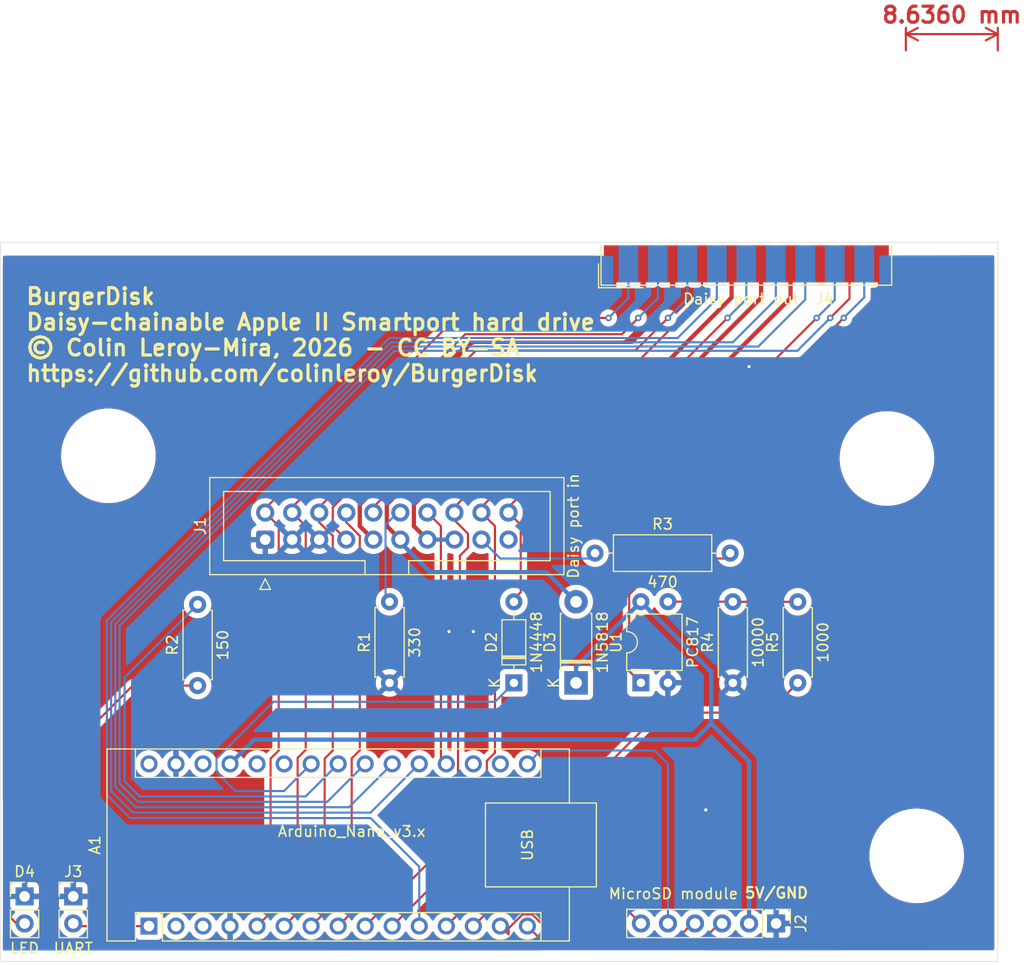
<source format=kicad_pcb>
(kicad_pcb (version 20241229) (generator "pcbnew") (generator_version "9.0")
  (layers (0 "F.Cu" signal) (2 "B.Cu" signal) (13 "F.Paste" user) (15 "B.Paste" user) (5 "F.SilkS" user "F.Silkscreen") (7 "B.SilkS" user "B.Silkscreen") (1 "F.Mask" user) (3 "B.Mask" user) (25 "Edge.Cuts" user))
  (net 0 "")
  (net 1 "TX")
  (net 2 "GND")
  (net 3 "PH0")
  (net 4 "PH1")
  (net 5 "PH2")
  (net 6 "PH3_in")
  (net 7 "RDDATA_in")
  (net 8 "WRDATA")
  (net 9 "PH3_out")
  (net 10 "DRV2_burgerDisk")
  (net 11 "CS")
  (net 12 "MOSI")
  (net 13 "MISO")
  (net 14 "SCK")
  (net 15 "DRV1_in")
  (net 16 "HDSEL_out")
  (net 17 "DRV1_out")
  (net 18 "DRV2_out")
  (net 19 "WRPROT_in")
  (net 20 "5V_burgerDisk")
  (net 21 "WRPROT_out")
  (net 22 "5V_apple2")
  (net 23 "EN3.5")
  (net 24 "-12V")
  (net 25 "+12V")
  (net 26 "DRV2_in")
  (net 27 "WREQ")
  (net 37 "Net-(R3-Pad2)")
  (net 38 "Net-(R4-Pad2)")
  (net 39 "HDSEL_in")
  (net 40 "Net-(D4-A)")
  (net 41 "Net-(A1-A4)")
  (footprint "DSUB-19-soldertype:DSUB-19_Female_EdgeMount_Pitch2.77mm" (layer "F.Cu") (at 140.97 45.72 180)
    (property "Reference" "J4" (at -7.366 -3.302 180) (layer "F.SilkS"))
    (property "Value" "Daisy port out")
    (fp_line (start 13.893333 0) (end 13.893333 -2.24) (stroke (width 0.12)) (layer "F.SilkS"))
    (fp_line (start 13.893333 -2.24) (end 9.7 -2.24) (stroke (width 0.12)) (layer "F.SilkS"))
    (fp_line (start 13.653333 1.74) (end 13.653333 -2) (stroke (width 0.12)) (layer "F.SilkS"))
    (fp_line (start 13.653333 -2) (end -13.653333 -2) (stroke (width 0.12)) (layer "F.SilkS"))
    (fp_line (start -13.653333 -2) (end -13.653333 1.74) (stroke (width 0.12)) (layer "F.SilkS"))
    (fp_text user "Daisy port out" (at 0.508 -3.302 180) (layer "F.SilkS"))
    (pad "1" smd rect (at 12.47 0 180) (size 1.846667 3.48) (layers "F.Cu" "F.Mask" "F.Paste") (net 2 "GND"))
    (pad "2" smd rect (at 9.7 0 180) (size 1.846667 3.48) (layers "F.Cu" "F.Mask" "F.Paste") (net 2 "GND"))
    (pad "3" smd rect (at 6.93 0 180) (size 1.846667 3.48) (layers "F.Cu" "F.Mask" "F.Paste") (net 2 "GND"))
    (pad "4" smd rect (at 4.16 0 180) (size 1.846667 3.48) (layers "F.Cu" "F.Mask" "F.Paste") (net 23 "EN3.5"))
    (pad "5" smd rect (at 1.39 0 180) (size 1.846667 3.48) (layers "F.Cu" "F.Mask" "F.Paste") (net 24 "-12V"))
    (pad "6" smd rect (at -1.38 0 180) (size 1.846667 3.48) (layers "F.Cu" "F.Mask" "F.Paste") (net 22 "5V_apple2"))
    (pad "7" smd rect (at -4.15 0 180) (size 1.846667 3.48) (layers "F.Cu" "F.Mask" "F.Paste") (net 25 "+12V"))
    (pad "8" smd rect (at -6.92 0 180) (size 1.846667 3.48) (layers "F.Cu" "F.Mask" "F.Paste") (net 25 "+12V"))
    (pad "9" smd rect (at -9.69 0 180) (size 1.846667 3.48) (layers "F.Cu" "F.Mask" "F.Paste") (net 18 "DRV2_out"))
    (pad "10" smd rect (at -12.46 0 180) (size 1.846667 3.48) (layers "F.Cu" "F.Mask" "F.Paste") (net 21 "WRPROT_out"))
    (pad "11" smd rect (at 11.085 0 180) (size 1.846667 3.48) (layers "B.Cu" "B.Mask" "B.Paste") (net 3 "PH0"))
    (pad "12" smd rect (at 8.315 0 180) (size 1.846667 3.48) (layers "B.Cu" "B.Mask" "B.Paste") (net 4 "PH1"))
    (pad "13" smd rect (at 5.545 0 180) (size 1.846667 3.48) (layers "B.Cu" "B.Mask" "B.Paste") (net 5 "PH2"))
    (pad "14" smd rect (at 2.775 0 180) (size 1.846667 3.48) (layers "B.Cu" "B.Mask" "B.Paste") (net 9 "PH3_out"))
    (pad "15" smd rect (at 0.005 0 180) (size 1.846667 3.48) (layers "B.Cu" "B.Mask" "B.Paste") (net 27 "WREQ"))
    (pad "16" smd rect (at -2.765 0 180) (size 1.846667 3.48) (layers "B.Cu" "B.Mask" "B.Paste") (net 16 "HDSEL_out"))
    (pad "17" smd rect (at -5.535 0 180) (size 1.846667 3.48) (layers "B.Cu" "B.Mask" "B.Paste") (net 17 "DRV1_out"))
    (pad "18" smd rect (at -8.305 0 180) (size 1.846667 3.48) (layers "B.Cu" "B.Mask" "B.Paste") (net 7 "RDDATA_in"))
    (pad "19" smd rect (at -11.075 0 180) (size 1.846667 3.48) (layers "B.Cu" "B.Mask" "B.Paste") (net 8 "WRDATA"))
  )
  (footprint "Diode_THT:D_DO-41_SOD81_P7.62mm_Horizontal" (layer "F.Cu") (at 124.968 85.09 90)
    (property "Reference" "D3" (at 3.81 -2.47 90) (layer "F.SilkS"))
    (property "Value" "1N5818" (at 3.81 2.47 90) (layer "F.SilkS"))
    (fp_line (start 6.53 -1.47) (end 6.53 -1.34) (stroke (width 0.12)) (layer "F.SilkS"))
    (fp_line (start 2.11 -1.47) (end 2.11 1.47) (stroke (width 0.12)) (layer "F.SilkS"))
    (fp_line (start 1.99 -1.47) (end 1.99 1.47) (stroke (width 0.12)) (layer "F.SilkS"))
    (fp_line (start 1.87 -1.47) (end 1.87 1.47) (stroke (width 0.12)) (layer "F.SilkS"))
    (fp_line (start 1.09 -1.47) (end 6.53 -1.47) (stroke (width 0.12)) (layer "F.SilkS"))
    (fp_line (start 1.09 -1.34) (end 1.09 -1.47) (stroke (width 0.12)) (layer "F.SilkS"))
    (fp_line (start 1.09 1.34) (end 1.09 1.47) (stroke (width 0.12)) (layer "F.SilkS"))
    (fp_line (start 6.53 1.47) (end 6.53 1.34) (stroke (width 0.12)) (layer "F.SilkS"))
    (fp_line (start 1.09 1.47) (end 6.53 1.47) (stroke (width 0.12)) (layer "F.SilkS"))
    (fp_text user "K" (at 0 -2.1 90) (layer "F.SilkS"))
    (pad "1" thru_hole rect (at 0 0 90) (size 2.2 2.2) (drill 1.1) (layers "*.Cu" "*.Mask") (net 20 "5V_burgerDisk"))
    (pad "2" thru_hole oval (at 7.62 0 90) (size 2.2 2.2) (drill 1.1) (layers "*.Cu" "*.Mask") (net 22 "5V_apple2"))
  )
  (footprint "Package_DIP:DIP-4_W7.62mm" (layer "F.Cu") (at 131.059 85.08 90)
    (property "Reference" "U1" (at 3.81 -2.33 90) (layer "F.SilkS"))
    (property "Value" "PC817" (at 3.81 4.87 90) (layer "F.SilkS"))
    (fp_line (start 6.46 -1.33) (end 4.81 -1.33) (stroke (width 0.12)) (layer "F.SilkS"))
    (fp_line (start 2.81 -1.33) (end 1.16 -1.33) (stroke (width 0.12)) (layer "F.SilkS"))
    (fp_line (start 1.16 -1.33) (end 1.16 3.87) (stroke (width 0.12)) (layer "F.SilkS"))
    (fp_line (start 6.46 3.87) (end 6.46 -1.33) (stroke (width 0.12)) (layer "F.SilkS"))
    (fp_line (start 1.16 3.87) (end 6.46 3.87) (stroke (width 0.12)) (layer "F.SilkS"))
    (fp_arc (start 4.81 -1.33) (mid 3.81 -0.33) (end 2.81 -1.33) (stroke (width 0.12)) (layer "F.SilkS"))
    (pad "1" thru_hole rect (at 0 0 90) (size 1.6 1.6) (drill 0.8) (layers "*.Cu" "*.Mask") (net 37 "Net-(R3-Pad2)"))
    (pad "2" thru_hole oval (at 0 2.54 90) (size 1.6 1.6) (drill 0.8) (layers "*.Cu" "*.Mask") (net 2 "GND"))
    (pad "3" thru_hole oval (at 7.62 2.54 90) (size 1.6 1.6) (drill 0.8) (layers "*.Cu" "*.Mask") (net 38 "Net-(R4-Pad2)"))
    (pad "4" thru_hole oval (at 7.62 0 90) (size 1.6 1.6) (drill 0.8) (layers "*.Cu" "*.Mask") (net 20 "5V_burgerDisk"))
  )
  (footprint "Resistor_THT:R_Axial_DIN0207_L6.3mm_D2.5mm_P7.62mm_Horizontal" (layer "F.Cu") (at 107.442 85.09 90)
    (property "Reference" "R1" (at 3.81 -2.37 90) (layer "F.SilkS"))
    (property "Value" "330" (at 3.81 2.37 90) (layer "F.SilkS"))
    (fp_line (start 7.08 -1.37) (end 7.08 -1.04) (stroke (width 0.12)) (layer "F.SilkS"))
    (fp_line (start 0.54 -1.37) (end 7.08 -1.37) (stroke (width 0.12)) (layer "F.SilkS"))
    (fp_line (start 0.54 -1.04) (end 0.54 -1.37) (stroke (width 0.12)) (layer "F.SilkS"))
    (fp_line (start 0.54 1.04) (end 0.54 1.37) (stroke (width 0.12)) (layer "F.SilkS"))
    (fp_line (start 7.08 1.37) (end 7.08 1.04) (stroke (width 0.12)) (layer "F.SilkS"))
    (fp_line (start 0.54 1.37) (end 7.08 1.37) (stroke (width 0.12)) (layer "F.SilkS"))
    (pad "1" thru_hole circle (at 0 0 90) (size 1.6 1.6) (drill 0.8) (layers "*.Cu" "*.Mask") (net 2 "GND"))
    (pad "2" thru_hole oval (at 7.62 0 90) (size 1.6 1.6) (drill 0.8) (layers "*.Cu" "*.Mask") (net 39 "HDSEL_in"))
  )
  (footprint "Connector_PinHeader_2.54mm:PinHeader_1x02_P2.54mm_Vertical" (layer "F.Cu") (at 73.152 105.156)
    (property "Reference" "D4" (at 0 -2.33 0) (layer "F.SilkS"))
    (property "Value" "LED" (at 0 4.87 0) (layer "F.SilkS"))
    (fp_line (start -1.33 -1.33) (end 0 -1.33) (stroke (width 0.12)) (layer "F.SilkS"))
    (fp_line (start -1.33 0) (end -1.33 -1.33) (stroke (width 0.12)) (layer "F.SilkS"))
    (fp_line (start -1.33 1.27) (end -1.33 3.87) (stroke (width 0.12)) (layer "F.SilkS"))
    (fp_line (start -1.33 1.27) (end 1.33 1.27) (stroke (width 0.12)) (layer "F.SilkS"))
    (fp_line (start -1.33 3.87) (end 1.33 3.87) (stroke (width 0.12)) (layer "F.SilkS"))
    (fp_line (start 1.33 1.27) (end 1.33 3.87) (stroke (width 0.12)) (layer "F.SilkS"))
    (pad "1" thru_hole rect (at 0 0) (size 1.7 1.7) (drill 1) (layers "*.Cu" "*.Mask") (net 2 "GND"))
    (pad "2" thru_hole oval (at 0 2.54) (size 1.7 1.7) (drill 1) (layers "*.Cu" "*.Mask") (net 40 "Net-(D4-A)"))
  )
  (footprint "MountingHole:MountingHole_8.4mm_M8" (layer "F.Cu") (at 154.178 64.008)
    (property "Reference" "REF**")
    (property "Value" "MountingHole_8.4mm_M8")
    (pad "" np_thru_hole circle (at 0 0) (size 8.4 8.4) (drill 8.4) (layers "*.Cu" "*.Mask"))
  )
  (footprint "Connector_PinHeader_2.54mm:PinHeader_1x02_P2.54mm_Vertical" (layer "F.Cu") (at 77.724 105.156)
    (property "Reference" "J3" (at 0 -2.33 0) (layer "F.SilkS"))
    (property "Value" "UART" (at 0 4.87 0) (layer "F.SilkS"))
    (fp_line (start -1.33 -1.33) (end 0 -1.33) (stroke (width 0.12)) (layer "F.SilkS"))
    (fp_line (start -1.33 0) (end -1.33 -1.33) (stroke (width 0.12)) (layer "F.SilkS"))
    (fp_line (start -1.33 1.27) (end -1.33 3.87) (stroke (width 0.12)) (layer "F.SilkS"))
    (fp_line (start -1.33 1.27) (end 1.33 1.27) (stroke (width 0.12)) (layer "F.SilkS"))
    (fp_line (start -1.33 3.87) (end 1.33 3.87) (stroke (width 0.12)) (layer "F.SilkS"))
    (fp_line (start 1.33 1.27) (end 1.33 3.87) (stroke (width 0.12)) (layer "F.SilkS"))
    (pad "1" thru_hole rect (at 0 0) (size 1.7 1.7) (drill 1) (layers "*.Cu" "*.Mask") (net 2 "GND"))
    (pad "2" thru_hole oval (at 0 2.54) (size 1.7 1.7) (drill 1) (layers "*.Cu" "*.Mask") (net 1 "TX"))
  )
  (footprint "MountingHole:MountingHole_8.4mm_M8" (layer "F.Cu") (at 156.972 101.346)
    (property "Reference" "REF**")
    (property "Value" "MountingHole_8.4mm_M8")
    (pad "" np_thru_hole circle (at 0 0) (size 8.4 8.4) (drill 8.4) (layers "*.Cu" "*.Mask"))
  )
  (footprint "MountingHole:MountingHole_8.4mm_M8" (layer "F.Cu") (at 81.026 63.754)
    (property "Reference" "REF**")
    (property "Value" "MountingHole_8.4mm_M8")
    (pad "" np_thru_hole circle (at 0 0) (size 8.4 8.4) (drill 8.4) (layers "*.Cu" "*.Mask"))
  )
  (footprint "Resistor_THT:R_Axial_DIN0309_L9.0mm_D3.2mm_P12.70mm_Horizontal" (layer "F.Cu") (at 126.746 72.898)
    (property "Reference" "R3" (at 6.35 -2.72 0) (layer "F.SilkS"))
    (property "Value" "470" (at 6.35 2.72 0) (layer "F.SilkS"))
    (fp_line (start 1.04 0) (end 1.73 0) (stroke (width 0.12)) (layer "F.SilkS"))
    (fp_line (start 1.73 -1.72) (end 1.73 1.72) (stroke (width 0.12)) (layer "F.SilkS"))
    (fp_line (start 1.73 1.72) (end 10.97 1.72) (stroke (width 0.12)) (layer "F.SilkS"))
    (fp_line (start 10.97 -1.72) (end 1.73 -1.72) (stroke (width 0.12)) (layer "F.SilkS"))
    (fp_line (start 10.97 1.72) (end 10.97 -1.72) (stroke (width 0.12)) (layer "F.SilkS"))
    (fp_line (start 11.66 0) (end 10.97 0) (stroke (width 0.12)) (layer "F.SilkS"))
    (pad "1" thru_hole circle (at 0 0) (size 1.6 1.6) (drill 0.8) (layers "*.Cu" "*.Mask") (net 26 "DRV2_in"))
    (pad "2" thru_hole oval (at 12.7 0) (size 1.6 1.6) (drill 0.8) (layers "*.Cu" "*.Mask") (net 37 "Net-(R3-Pad2)"))
  )
  (footprint "Resistor_THT:R_Axial_DIN0207_L6.3mm_D2.5mm_P7.62mm_Horizontal" (layer "F.Cu") (at 139.7 85.09 90)
    (property "Reference" "R4" (at 3.81 -2.37 90) (layer "F.SilkS"))
    (property "Value" "10000" (at 3.81 2.37 90) (layer "F.SilkS"))
    (fp_line (start 7.08 -1.37) (end 7.08 -1.04) (stroke (width 0.12)) (layer "F.SilkS"))
    (fp_line (start 0.54 -1.37) (end 7.08 -1.37) (stroke (width 0.12)) (layer "F.SilkS"))
    (fp_line (start 0.54 -1.04) (end 0.54 -1.37) (stroke (width 0.12)) (layer "F.SilkS"))
    (fp_line (start 0.54 1.04) (end 0.54 1.37) (stroke (width 0.12)) (layer "F.SilkS"))
    (fp_line (start 7.08 1.37) (end 7.08 1.04) (stroke (width 0.12)) (layer "F.SilkS"))
    (fp_line (start 0.54 1.37) (end 7.08 1.37) (stroke (width 0.12)) (layer "F.SilkS"))
    (pad "1" thru_hole circle (at 0 0 90) (size 1.6 1.6) (drill 0.8) (layers "*.Cu" "*.Mask") (net 2 "GND"))
    (pad "2" thru_hole oval (at 7.62 0 90) (size 1.6 1.6) (drill 0.8) (layers "*.Cu" "*.Mask") (net 38 "Net-(R4-Pad2)"))
  )
  (footprint "Module:Arduino_Nano" (layer "F.Cu") (at 84.836 107.94 90)
    (property "Reference" "A1" (at 7.62 -5.08 90) (layer "F.SilkS"))
    (property "Value" "Arduino_Nano_v3.x" (at 8.89 19.05 0) (layer "F.SilkS"))
    (fp_line (start 16.64 -3.94) (end -1.4 -3.94) (stroke (width 0.12)) (layer "F.SilkS"))
    (fp_line (start -1.4 -3.94) (end -1.4 -1.27) (stroke (width 0.12)) (layer "F.SilkS"))
    (fp_line (start 13.97 -1.27) (end 16.64 -1.27) (stroke (width 0.12)) (layer "F.SilkS"))
    (fp_line (start 13.97 -1.27) (end 13.97 36.83) (stroke (width 0.12)) (layer "F.SilkS"))
    (fp_line (start 1.27 -1.27) (end -1.4 -1.27) (stroke (width 0.12)) (layer "F.SilkS"))
    (fp_line (start 1.27 1.27) (end 1.27 -1.27) (stroke (width 0.12)) (layer "F.SilkS"))
    (fp_line (start 1.27 1.27) (end -1.4 1.27) (stroke (width 0.12)) (layer "F.SilkS"))
    (fp_line (start 1.27 1.27) (end 1.27 36.83) (stroke (width 0.12)) (layer "F.SilkS"))
    (fp_line (start -1.4 1.27) (end -1.4 39.5) (stroke (width 0.12)) (layer "F.SilkS"))
    (fp_line (start 11.56 31.62) (end 11.56 42.04) (stroke (width 0.12)) (layer "F.SilkS"))
    (fp_line (start 3.68 31.62) (end 11.56 31.62) (stroke (width 0.12)) (layer "F.SilkS"))
    (fp_line (start 13.97 36.83) (end 16.64 36.83) (stroke (width 0.12)) (layer "F.SilkS"))
    (fp_line (start 1.27 36.83) (end -1.4 36.83) (stroke (width 0.12)) (layer "F.SilkS"))
    (fp_line (start 16.64 39.5) (end 16.64 -3.94) (stroke (width 0.12)) (layer "F.SilkS"))
    (fp_line (start 16.64 39.5) (end 11.56 39.5) (stroke (width 0.12)) (layer "F.SilkS"))
    (fp_line (start -1.4 39.5) (end 3.68 39.5) (stroke (width 0.12)) (layer "F.SilkS"))
    (fp_line (start 11.56 42.04) (end 3.68 42.04) (stroke (width 0.12)) (layer "F.SilkS"))
    (fp_line (start 3.68 42.04) (end 3.68 31.62) (stroke (width 0.12)) (layer "F.SilkS"))
    (fp_text user "USB" (at 7.62 35.56 90) (layer "F.SilkS"))
    (pad "1" thru_hole rect (at 0 0 90) (size 1.6 1.6) (drill 1) (layers "*.Cu" "*.Mask") (net 1 "TX"))
    (pad "2" thru_hole oval (at 0 2.54 90) (size 1.6 1.6) (drill 1) (layers "*.Cu" "*.Mask"))
    (pad "3" thru_hole oval (at 0 5.08 90) (size 1.6 1.6) (drill 1) (layers "*.Cu" "*.Mask"))
    (pad "4" thru_hole oval (at 0 7.62 90) (size 1.6 1.6) (drill 1) (layers "*.Cu" "*.Mask") (net 2 "GND"))
    (pad "5" thru_hole oval (at 0 10.16 90) (size 1.6 1.6) (drill 1) (layers "*.Cu" "*.Mask") (net 3 "PH0"))
    (pad "6" thru_hole oval (at 0 12.7 90) (size 1.6 1.6) (drill 1) (layers "*.Cu" "*.Mask") (net 4 "PH1"))
    (pad "7" thru_hole oval (at 0 15.24 90) (size 1.6 1.6) (drill 1) (layers "*.Cu" "*.Mask") (net 5 "PH2"))
    (pad "8" thru_hole oval (at 0 17.78 90) (size 1.6 1.6) (drill 1) (layers "*.Cu" "*.Mask") (net 6 "PH3_in"))
    (pad "9" thru_hole oval (at 0 20.32 90) (size 1.6 1.6) (drill 1) (layers "*.Cu" "*.Mask") (net 7 "RDDATA_in"))
    (pad "10" thru_hole oval (at 0 22.86 90) (size 1.6 1.6) (drill 1) (layers "*.Cu" "*.Mask") (net 8 "WRDATA"))
    (pad "11" thru_hole oval (at 0 25.4 90) (size 1.6 1.6) (drill 1) (layers "*.Cu" "*.Mask") (net 9 "PH3_out"))
    (pad "12" thru_hole oval (at 0 27.94 90) (size 1.6 1.6) (drill 1) (layers "*.Cu" "*.Mask") (net 10 "DRV2_burgerDisk"))
    (pad "13" thru_hole oval (at 0 30.48 90) (size 1.6 1.6) (drill 1) (layers "*.Cu" "*.Mask") (net 11 "CS"))
    (pad "14" thru_hole oval (at 0 33.02 90) (size 1.6 1.6) (drill 1) (layers "*.Cu" "*.Mask") (net 12 "MOSI"))
    (pad "15" thru_hole oval (at 0 35.56 90) (size 1.6 1.6) (drill 1) (layers "*.Cu" "*.Mask") (net 13 "MISO"))
    (pad "16" thru_hole oval (at 15.24 35.56 90) (size 1.6 1.6) (drill 1) (layers "*.Cu" "*.Mask") (net 14 "SCK"))
    (pad "17" thru_hole oval (at 15.24 33.02 90) (size 1.6 1.6) (drill 1) (layers "*.Cu" "*.Mask"))
    (pad "18" thru_hole oval (at 15.24 30.48 90) (size 1.6 1.6) (drill 1) (layers "*.Cu" "*.Mask"))
    (pad "19" thru_hole oval (at 15.24 27.94 90) (size 1.6 1.6) (drill 1) (layers "*.Cu" "*.Mask") (net 15 "DRV1_in"))
    (pad "20" thru_hole oval (at 15.24 25.4 90) (size 1.6 1.6) (drill 1) (layers "*.Cu" "*.Mask") (net 16 "HDSEL_out"))
    (pad "21" thru_hole oval (at 15.24 22.86 90) (size 1.6 1.6) (drill 1) (layers "*.Cu" "*.Mask") (net 17 "DRV1_out"))
    (pad "22" thru_hole oval (at 15.24 20.32 90) (size 1.6 1.6) (drill 1) (layers "*.Cu" "*.Mask") (net 18 "DRV2_out"))
    (pad "23" thru_hole oval (at 15.24 17.78 90) (size 1.6 1.6) (drill 1) (layers "*.Cu" "*.Mask") (net 41 "Net-(A1-A4)"))
    (pad "24" thru_hole oval (at 15.24 15.24 90) (size 1.6 1.6) (drill 1) (layers "*.Cu" "*.Mask") (net 19 "WRPROT_in"))
    (pad "25" thru_hole oval (at 15.24 12.7 90) (size 1.6 1.6) (drill 1) (layers "*.Cu" "*.Mask"))
    (pad "26" thru_hole oval (at 15.24 10.16 90) (size 1.6 1.6) (drill 1) (layers "*.Cu" "*.Mask"))
    (pad "27" thru_hole oval (at 15.24 7.62 90) (size 1.6 1.6) (drill 1) (layers "*.Cu" "*.Mask") (net 20 "5V_burgerDisk"))
    (pad "28" thru_hole oval (at 15.24 5.08 90) (size 1.6 1.6) (drill 1) (layers "*.Cu" "*.Mask"))
    (pad "29" thru_hole oval (at 15.24 2.54 90) (size 1.6 1.6) (drill 1) (layers "*.Cu" "*.Mask") (net 2 "GND"))
    (pad "30" thru_hole oval (at 15.24 0 90) (size 1.6 1.6) (drill 1) (layers "*.Cu" "*.Mask"))
  )
  (footprint "Connector_IDC:IDC-Header_2x10_P2.54mm_Vertical" (layer "F.Cu") (at 95.758 71.628 90)
    (property "Reference" "J1" (at 1.27 -6.1 90) (layer "F.SilkS"))
    (property "Value" "Daisy port in" (at 1.27 28.96 90) (layer "F.SilkS"))
    (fp_line (start 5.83 -5.21) (end 5.83 28.07) (stroke (width 0.12)) (layer "F.SilkS"))
    (fp_line (start -3.29 -5.21) (end 5.83 -5.21) (stroke (width 0.12)) (layer "F.SilkS"))
    (fp_line (start 4.52 -3.91) (end 4.52 26.77) (stroke (width 0.12)) (layer "F.SilkS"))
    (fp_line (start -1.98 -3.91) (end 4.52 -3.91) (stroke (width 0.12)) (layer "F.SilkS"))
    (fp_line (start -4.68 -0.5) (end -4.68 0.5) (stroke (width 0.12)) (layer "F.SilkS"))
    (fp_line (start -3.68 0) (end -4.68 -0.5) (stroke (width 0.12)) (layer "F.SilkS"))
    (fp_line (start -4.68 0.5) (end -3.68 0) (stroke (width 0.12)) (layer "F.SilkS"))
    (fp_line (start -1.98 9.38) (end -1.98 -3.91) (stroke (width 0.12)) (layer "F.SilkS"))
    (fp_line (start -3.29 9.38) (end -1.98 9.38) (stroke (width 0.12)) (layer "F.SilkS"))
    (fp_line (start -1.98 13.48) (end -1.98 13.48) (stroke (width 0.12)) (layer "F.SilkS"))
    (fp_line (start -1.98 13.48) (end -3.29 13.48) (stroke (width 0.12)) (layer "F.SilkS"))
    (fp_line (start 4.52 26.77) (end -1.98 26.77) (stroke (width 0.12)) (layer "F.SilkS"))
    (fp_line (start -1.98 26.77) (end -1.98 13.48) (stroke (width 0.12)) (layer "F.SilkS"))
    (fp_line (start 5.83 28.07) (end -3.29 28.07) (stroke (width 0.12)) (layer "F.SilkS"))
    (fp_line (start -3.29 28.07) (end -3.29 -5.21) (stroke (width 0.12)) (layer "F.SilkS"))
    (pad "1" thru_hole roundrect (at 0 0 90) (size 1.7 1.7) (drill 1) (layers "*.Cu" "*.Mask") (roundrect_rratio 0.1470588235) (net 2 "GND"))
    (pad "2" thru_hole circle (at 2.54 0 90) (size 1.7 1.7) (drill 1) (layers "*.Cu" "*.Mask") (net 3 "PH0"))
    (pad "3" thru_hole circle (at 0 2.54 90) (size 1.7 1.7) (drill 1) (layers "*.Cu" "*.Mask") (net 2 "GND"))
    (pad "4" thru_hole circle (at 2.54 2.54 90) (size 1.7 1.7) (drill 1) (layers "*.Cu" "*.Mask") (net 4 "PH1"))
    (pad "5" thru_hole circle (at 0 5.08 90) (size 1.7 1.7) (drill 1) (layers "*.Cu" "*.Mask") (net 2 "GND"))
    (pad "6" thru_hole circle (at 2.54 5.08 90) (size 1.7 1.7) (drill 1) (layers "*.Cu" "*.Mask") (net 5 "PH2"))
    (pad "7" thru_hole circle (at 0 7.62 90) (size 1.7 1.7) (drill 1) (layers "*.Cu" "*.Mask") (net 23 "EN3.5"))
    (pad "8" thru_hole circle (at 2.54 7.62 90) (size 1.7 1.7) (drill 1) (layers "*.Cu" "*.Mask") (net 6 "PH3_in"))
    (pad "9" thru_hole circle (at 0 10.16 90) (size 1.7 1.7) (drill 1) (layers "*.Cu" "*.Mask") (net 24 "-12V"))
    (pad "10" thru_hole circle (at 2.54 10.16 90) (size 1.7 1.7) (drill 1) (layers "*.Cu" "*.Mask") (net 27 "WREQ"))
    (pad "11" thru_hole circle (at 0 12.7 90) (size 1.7 1.7) (drill 1) (layers "*.Cu" "*.Mask") (net 22 "5V_apple2"))
    (pad "12" thru_hole circle (at 2.54 12.7 90) (size 1.7 1.7) (drill 1) (layers "*.Cu" "*.Mask") (net 39 "HDSEL_in"))
    (pad "13" thru_hole circle (at 0 15.24 90) (size 1.7 1.7) (drill 1) (layers "*.Cu" "*.Mask") (net 25 "+12V"))
    (pad "14" thru_hole circle (at 2.54 15.24 90) (size 1.7 1.7) (drill 1) (layers "*.Cu" "*.Mask") (net 15 "DRV1_in"))
    (pad "15" thru_hole circle (at 0 17.78 90) (size 1.7 1.7) (drill 1) (layers "*.Cu" "*.Mask") (net 25 "+12V"))
    (pad "16" thru_hole circle (at 2.54 17.78 90) (size 1.7 1.7) (drill 1) (layers "*.Cu" "*.Mask") (net 7 "RDDATA_in"))
    (pad "17" thru_hole circle (at 0 20.32 90) (size 1.7 1.7) (drill 1) (layers "*.Cu" "*.Mask") (net 26 "DRV2_in"))
    (pad "18" thru_hole circle (at 2.54 20.32 90) (size 1.7 1.7) (drill 1) (layers "*.Cu" "*.Mask") (net 8 "WRDATA"))
    (pad "19" thru_hole circle (at 0 22.86 90) (size 1.7 1.7) (drill 1) (layers "*.Cu" "*.Mask"))
    (pad "20" thru_hole circle (at 2.54 22.86 90) (size 1.7 1.7) (drill 1) (layers "*.Cu" "*.Mask") (net 21 "WRPROT_out"))
  )
  (footprint "Connector_PinHeader_2.54mm:PinHeader_1x06_P2.54mm_Vertical" (layer "F.Cu") (at 143.764 107.696 -90)
    (property "Reference" "J2" (at 0 -2.33 270) (layer "F.SilkS"))
    (property "Value" "MicroSD module" (at -2.794 9.652 0) (layer "F.SilkS"))
    (fp_line (start -1.33 14.03) (end 1.33 14.03) (stroke (width 0.12)) (layer "F.SilkS"))
    (fp_line (start -1.33 1.27) (end -1.33 14.03) (stroke (width 0.12)) (layer "F.SilkS"))
    (fp_line (start -1.33 1.27) (end 1.33 1.27) (stroke (width 0.12)) (layer "F.SilkS"))
    (fp_line (start 1.33 1.27) (end 1.33 14.03) (stroke (width 0.12)) (layer "F.SilkS"))
    (fp_line (start -1.33 0) (end -1.33 -1.33) (stroke (width 0.12)) (layer "F.SilkS"))
    (fp_line (start -1.33 -1.33) (end 0 -1.33) (stroke (width 0.12)) (layer "F.SilkS"))
    (pad "1" thru_hole rect (at 0 0 270) (size 1.7 1.7) (drill 1) (layers "*.Cu" "*.Mask") (net 2 "GND"))
    (pad "2" thru_hole oval (at 0 2.54 270) (size 1.7 1.7) (drill 1) (layers "*.Cu" "*.Mask") (net 20 "5V_burgerDisk"))
    (pad "3" thru_hole oval (at 0 5.08 270) (size 1.7 1.7) (drill 1) (layers "*.Cu" "*.Mask") (net 13 "MISO"))
    (pad "4" thru_hole oval (at 0 7.62 270) (size 1.7 1.7) (drill 1) (layers "*.Cu" "*.Mask") (net 12 "MOSI"))
    (pad "5" thru_hole oval (at 0 10.16 270) (size 1.7 1.7) (drill 1) (layers "*.Cu" "*.Mask") (net 14 "SCK"))
    (pad "6" thru_hole oval (at 0 12.7 270) (size 1.7 1.7) (drill 1) (layers "*.Cu" "*.Mask") (net 11 "CS"))
  )
  (footprint "Diode_THT:D_DO-35_SOD27_P7.62mm_Horizontal" (layer "F.Cu") (at 119.126 85.09 90)
    (property "Reference" "D2" (at 3.81 -2.12 90) (layer "F.SilkS"))
    (property "Value" "1N4448" (at 3.81 2.12 90) (layer "F.SilkS"))
    (fp_line (start 5.93 -1.12) (end 1.69 -1.12) (stroke (width 0.12)) (layer "F.SilkS"))
    (fp_line (start 2.53 -1.12) (end 2.53 1.12) (stroke (width 0.12)) (layer "F.SilkS"))
    (fp_line (start 2.41 -1.12) (end 2.41 1.12) (stroke (width 0.12)) (layer "F.SilkS"))
    (fp_line (start 2.29 -1.12) (end 2.29 1.12) (stroke (width 0.12)) (layer "F.SilkS"))
    (fp_line (start 1.69 -1.12) (end 1.69 1.12) (stroke (width 0.12)) (layer "F.SilkS"))
    (fp_line (start 6.58 0) (end 5.93 0) (stroke (width 0.12)) (layer "F.SilkS"))
    (fp_line (start 1.04 0) (end 1.69 0) (stroke (width 0.12)) (layer "F.SilkS"))
    (fp_line (start 5.93 1.12) (end 5.93 -1.12) (stroke (width 0.12)) (layer "F.SilkS"))
    (fp_line (start 1.69 1.12) (end 5.93 1.12) (stroke (width 0.12)) (layer "F.SilkS"))
    (fp_text user "K" (at 0 -1.8 90) (layer "F.SilkS"))
    (pad "1" thru_hole rect (at 0 0 90) (size 1.6 1.6) (drill 0.8) (layers "*.Cu" "*.Mask") (net 19 "WRPROT_in"))
    (pad "2" thru_hole oval (at 7.62 0 90) (size 1.6 1.6) (drill 0.8) (layers "*.Cu" "*.Mask") (net 21 "WRPROT_out"))
  )
  (footprint "Resistor_THT:R_Axial_DIN0207_L6.3mm_D2.5mm_P7.62mm_Horizontal" (layer "F.Cu") (at 89.408 85.344 90)
    (property "Reference" "R2" (at 3.81 -2.37 90) (layer "F.SilkS"))
    (property "Value" "150" (at 3.81 2.37 90) (layer "F.SilkS"))
    (fp_line (start 7.08 -1.37) (end 7.08 -1.04) (stroke (width 0.12)) (layer "F.SilkS"))
    (fp_line (start 0.54 -1.37) (end 7.08 -1.37) (stroke (width 0.12)) (layer "F.SilkS"))
    (fp_line (start 0.54 -1.04) (end 0.54 -1.37) (stroke (width 0.12)) (layer "F.SilkS"))
    (fp_line (start 0.54 1.04) (end 0.54 1.37) (stroke (width 0.12)) (layer "F.SilkS"))
    (fp_line (start 7.08 1.37) (end 7.08 1.04) (stroke (width 0.12)) (layer "F.SilkS"))
    (fp_line (start 0.54 1.37) (end 7.08 1.37) (stroke (width 0.12)) (layer "F.SilkS"))
    (pad "1" thru_hole circle (at 0 0 90) (size 1.6 1.6) (drill 0.8) (layers "*.Cu" "*.Mask") (net 40 "Net-(D4-A)"))
    (pad "2" thru_hole oval (at 7.62 0 90) (size 1.6 1.6) (drill 0.8) (layers "*.Cu" "*.Mask") (net 41 "Net-(A1-A4)"))
  )
  (footprint "Resistor_THT:R_Axial_DIN0207_L6.3mm_D2.5mm_P7.62mm_Horizontal" (layer "F.Cu") (at 145.796 85.09 90)
    (property "Reference" "R5" (at 3.81 -2.37 90) (layer "F.SilkS"))
    (property "Value" "1000" (at 3.81 2.37 90) (layer "F.SilkS"))
    (fp_line (start 7.08 -1.37) (end 7.08 -1.04) (stroke (width 0.12)) (layer "F.SilkS"))
    (fp_line (start 0.54 -1.37) (end 7.08 -1.37) (stroke (width 0.12)) (layer "F.SilkS"))
    (fp_line (start 0.54 -1.04) (end 0.54 -1.37) (stroke (width 0.12)) (layer "F.SilkS"))
    (fp_line (start 0.54 1.04) (end 0.54 1.37) (stroke (width 0.12)) (layer "F.SilkS"))
    (fp_line (start 7.08 1.37) (end 7.08 1.04) (stroke (width 0.12)) (layer "F.SilkS"))
    (fp_line (start 0.54 1.37) (end 7.08 1.37) (stroke (width 0.12)) (layer "F.SilkS"))
    (pad "1" thru_hole circle (at 0 0 90) (size 1.6 1.6) (drill 0.8) (layers "*.Cu" "*.Mask") (net 10 "DRV2_burgerDisk"))
    (pad "2" thru_hole oval (at 7.62 0 90) (size 1.6 1.6) (drill 0.8) (layers "*.Cu" "*.Mask") (net 38 "Net-(R4-Pad2)"))
  )
  (gr_rect (start 70.866 43.688) (end 164.592 111.252) (stroke (width 0.05)) (fill no) (layer "Edge.Cuts"))
  (gr_text "5V/GND" (at 140.716 105.41 0) (layer "F.SilkS") (effects (font (size 1 1) (thickness 0.2) (bold yes)) (justify left bottom)))
  (gr_text "BurgerDisk\nDaisy-chainable Apple II Smartport hard drive\n© Colin Leroy-Mira, 2026 - CC BY-SA\nhttps://github.com/colinleroy/BurgerDisk" (at 73.152 56.896 0) (layer "F.SilkS") (effects (font (size 1.5 1.5) (thickness 0.3) (bold yes)) (justify left bottom)))
  (dimension (type aligned) (layer "F.Cu") (pts (xy 155.956 26.162) (xy 164.592 26.162)) (height -2.032) (format (prefix "") (suffix "") (units 3) (units_format 1) (precision 4)) (style (thickness 0.2) (arrow_length 1.27) (text_position_mode 0) (arrow_direction outward) (extension_height 0.58642) (extension_offset 0.5) (keep_text_aligned yes)) (gr_text "8,6360 mm" (at 160.274 22.33 0) (layer "F.Cu") (effects (font (size 1.5 1.5) (thickness 0.3)))))
  (segment (start 77.724 107.696) (end 77.973 107.945) (width 0.2) (layer "F.Cu") (net 1))
  (segment (start 77.973 107.945) (end 84.831 107.945) (width 0.2) (layer "F.Cu") (net 1))
  (segment (start 84.831 107.945) (end 84.836 107.94) (width 0.2) (layer "F.Cu") (net 1))
  (segment (start 139.69 85.08) (end 139.7 85.09) (width 0.2) (layer "F.Cu") (net 2))
  (via (at 141.224 55.372) (size 0.6) (drill 0.3) (layers "F.Cu" "B.Cu") (net 2))
  (via (at 113.03 80.264) (size 0.6) (drill 0.3) (layers "F.Cu" "B.Cu") (net 2))
  (via (at 137.16 97.028) (size 0.6) (drill 0.3) (layers "F.Cu" "B.Cu") (net 2))
  (via (at 115.316 80.264) (size 0.6) (drill 0.3) (layers "F.Cu" "B.Cu") (net 2))
  (segment (start 97.028 91.44) (end 96.266 92.202) (width 0.2) (layer "F.Cu") (net 3))
  (segment (start 113.665 50.8) (end 95.758 68.707) (width 0.2) (layer "F.Cu") (net 3))
  (segment (start 95.758 68.707) (end 95.758 69.088) (width 0.2) (layer "F.Cu") (net 3))
  (segment (start 96.266 106.67) (end 94.996 107.94) (width 0.2) (layer "F.Cu") (net 3))
  (segment (start 96.266 92.202) (end 96.266 106.67) (width 0.2) (layer "F.Cu") (net 3))
  (segment (start 95.758 69.088) (end 97.028 70.358) (width 0.2) (layer "F.Cu") (net 3))
  (segment (start 97.028 70.358) (end 97.028 91.44) (width 0.2) (layer "F.Cu") (net 3))
  (segment (start 128.016 50.8) (end 113.665 50.8) (width 0.2) (layer "F.Cu") (net 3))
  (via (at 128.016 50.8) (size 0.6) (drill 0.3) (layers "F.Cu" "B.Cu") (net 3))
  (segment (start 128.016 50.8) (end 129.885 48.931) (width 0.2) (layer "B.Cu") (net 3))
  (segment (start 129.885 48.931) (end 129.885 45.72) (width 0.2) (layer "B.Cu") (net 3))
  (segment (start 98.298 69.088) (end 99.568 70.358) (width 0.2) (layer "F.Cu") (net 4))
  (segment (start 99.568 91.376182) (end 98.806 92.138182) (width 0.2) (layer "F.Cu") (net 4))
  (segment (start 99.568 70.358) (end 99.568 91.376182) (width 0.2) (layer "F.Cu") (net 4))
  (segment (start 114.554 52.324) (end 98.298 68.58) (width 0.2) (layer "F.Cu") (net 4))
  (segment (start 98.806 106.67) (end 97.536 107.94) (width 0.2) (layer "F.Cu") (net 4))
  (segment (start 98.298 68.58) (end 98.298 69.088) (width 0.2) (layer "F.Cu") (net 4))
  (segment (start 130.81 50.8) (end 129.286 52.324) (width 0.2) (layer "F.Cu") (net 4))
  (segment (start 129.286 52.324) (end 114.554 52.324) (width 0.2) (layer "F.Cu") (net 4))
  (segment (start 98.806 92.138182) (end 98.806 106.67) (width 0.2) (layer "F.Cu") (net 4))
  (via (at 130.81 50.8) (size 0.6) (drill 0.3) (layers "F.Cu" "B.Cu") (net 4))
  (segment (start 132.655 48.955) (end 132.655 45.72) (width 0.2) (layer "B.Cu") (net 4))
  (segment (start 130.81 50.8) (end 132.655 48.955) (width 0.2) (layer "B.Cu") (net 4))
  (segment (start 102.108 71.271654) (end 102.108 91.44) (width 0.2) (layer "F.Cu") (net 5))
  (segment (start 115.57 53.848) (end 100.838 68.58) (width 0.2) (layer "F.Cu") (net 5))
  (segment (start 101.346 106.67) (end 100.076 107.94) (width 0.2) (layer "F.Cu") (net 5))
  (segment (start 102.108 91.44) (end 101.346 92.202) (width 0.2) (layer "F.Cu") (net 5))
  (segment (start 100.838 70.001654) (end 102.108 71.271654) (width 0.2) (layer "F.Cu") (net 5))
  (segment (start 101.346 92.202) (end 101.346 106.67) (width 0.2) (layer "F.Cu") (net 5))
  (segment (start 130.556 53.848) (end 115.57 53.848) (width 0.2) (layer "F.Cu") (net 5))
  (segment (start 133.604 50.8) (end 130.556 53.848) (width 0.2) (layer "F.Cu") (net 5))
  (segment (start 100.838 69.088) (end 100.838 70.001654) (width 0.2) (layer "F.Cu") (net 5))
  (segment (start 100.838 68.58) (end 100.838 69.088) (width 0.2) (layer "F.Cu") (net 5))
  (via (at 133.604 50.8) (size 0.6) (drill 0.3) (layers "F.Cu" "B.Cu") (net 5))
  (segment (start 135.425 48.979) (end 135.425 45.72) (width 0.2) (layer "B.Cu") (net 5))
  (segment (start 133.604 50.8) (end 135.425 48.979) (width 0.2) (layer "B.Cu") (net 5))
  (segment (start 103.378 69.088) (end 103.378 70.001654) (width 0.2) (layer "F.Cu") (net 6))
  (segment (start 103.378 70.001654) (end 104.648 71.271654) (width 0.2) (layer "F.Cu") (net 6))
  (segment (start 103.886 92.181182) (end 103.886 106.67) (width 0.2) (layer "F.Cu") (net 6))
  (segment (start 104.648 91.419182) (end 103.886 92.181182) (width 0.2) (layer "F.Cu") (net 6))
  (segment (start 103.886 106.67) (end 102.616 107.94) (width 0.2) (layer "F.Cu") (net 6))
  (segment (start 104.648 71.271654) (end 104.648 91.419182) (width 0.2) (layer "F.Cu") (net 6))
  (segment (start 114.808 72.39) (end 114.046 73.152) (width 0.2) (layer "F.Cu") (net 7))
  (segment (start 113.876 85.428) (end 113.876 99.22) (width 0.2) (layer "F.Cu") (net 7))
  (segment (start 113.538 69.79812) (end 114.808 71.06812) (width 0.2) (layer "F.Cu") (net 7))
  (segment (start 122.936 59.182) (end 113.538 68.58) (width 0.2) (layer "F.Cu") (net 7))
  (segment (start 147.574 50.8) (end 139.192 59.182) (width 0.2) (layer "F.Cu") (net 7))
  (segment (start 113.538 69.088) (end 113.538 69.79812) (width 0.2) (layer "F.Cu") (net 7))
  (segment (start 139.192 59.182) (end 122.936 59.182) (width 0.2) (layer "F.Cu") (net 7))
  (segment (start 114.046 73.152) (end 114.046 85.258) (width 0.2) (layer "F.Cu") (net 7))
  (segment (start 114.046 85.258) (end 113.876 85.428) (width 0.2) (layer "F.Cu") (net 7))
  (segment (start 113.876 99.22) (end 105.156 107.94) (width 0.2) (layer "F.Cu") (net 7))
  (segment (start 114.808 71.06812) (end 114.808 72.39) (width 0.2) (layer "F.Cu") (net 7))
  (segment (start 113.538 68.58) (end 113.538 69.088) (width 0.2) (layer "F.Cu") (net 7))
  (via (at 147.574 50.8) (size 0.6) (drill 0.3) (layers "F.Cu" "B.Cu") (net 7))
  (segment (start 149.275 49.099) (end 149.275 45.72) (width 0.2) (layer "B.Cu") (net 7))
  (segment (start 147.574 50.8) (end 149.275 49.099) (width 0.2) (layer "B.Cu") (net 7))
  (segment (start 117.348 70.358) (end 117.348 91.652365) (width 0.2) (layer "F.Cu") (net 8))
  (segment (start 116.586 92.414365) (end 116.586 99.05) (width 0.2) (layer "F.Cu") (net 8))
  (segment (start 123.952 60.706) (end 116.078 68.58) (width 0.2) (layer "F.Cu") (net 8))
  (segment (start 116.078 68.58) (end 116.078 69.088) (width 0.2) (layer "F.Cu") (net 8))
  (segment (start 116.078 69.088) (end 117.348 70.358) (width 0.2) (layer "F.Cu") (net 8))
  (segment (start 117.348 91.652365) (end 116.586 92.414365) (width 0.2) (layer "F.Cu") (net 8))
  (segment (start 116.586 99.05) (end 107.696 107.94) (width 0.2) (layer "F.Cu") (net 8))
  (segment (start 150.114 50.8) (end 140.208 60.706) (width 0.2) (layer "F.Cu") (net 8))
  (segment (start 140.208 60.706) (end 123.952 60.706) (width 0.2) (layer "F.Cu") (net 8))
  (via (at 150.114 50.8) (size 0.6) (drill 0.3) (layers "F.Cu" "B.Cu") (net 8))
  (segment (start 152.045 48.869) (end 152.045 45.72) (width 0.2) (layer "B.Cu") (net 8))
  (segment (start 150.114 50.8) (end 152.045 48.869) (width 0.2) (layer "B.Cu") (net 8))
  (segment (start 134.512 52.686) (end 138.195 49.003) (width 0.2) (layer "B.Cu") (net 9))
  (segment (start 110.236 107.94) (end 110.236 102.362) (width 0.2) (layer "B.Cu") (net 9))
  (segment (start 80.88 95.612) (end 80.88 79.220942) (width 0.2) (layer "B.Cu") (net 9))
  (segment (start 80.88 79.220942) (end 107.414943 52.686) (width 0.2) (layer "B.Cu") (net 9))
  (segment (start 83.058 97.79) (end 80.88 95.612) (width 0.2) (layer "B.Cu") (net 9))
  (segment (start 105.664 97.79) (end 83.058 97.79) (width 0.2) (layer "B.Cu") (net 9))
  (segment (start 107.414943 52.686) (end 134.512 52.686) (width 0.2) (layer "B.Cu") (net 9))
  (segment (start 138.195 49.003) (end 138.195 45.72) (width 0.2) (layer "B.Cu") (net 9))
  (segment (start 110.236 102.362) (end 105.664 97.79) (width 0.2) (layer "B.Cu") (net 9))
  (segment (start 143.002 87.884) (end 145.796 85.09) (width 0.2) (layer "F.Cu") (net 10))
  (segment (start 112.776 107.94) (end 132.832 87.884) (width 0.2) (layer "F.Cu") (net 10))
  (segment (start 132.832 87.884) (end 143.002 87.884) (width 0.2) (layer "F.Cu") (net 10))
  (segment (start 115.326 107.94) (end 116.826 106.44) (width 0.2) (layer "F.Cu") (net 11))
  (segment (start 115.316 107.94) (end 115.326 107.94) (width 0.2) (layer "F.Cu") (net 11))
  (segment (start 129.78 106.44) (end 131.036 107.696) (width 0.2) (layer "F.Cu") (net 11))
  (segment (start 116.826 106.44) (end 129.78 106.44) (width 0.2) (layer "F.Cu") (net 11))
  (segment (start 131.036 107.696) (end 131.064 107.696) (width 0.2) (layer "F.Cu") (net 11))
  (segment (start 119.940365 106.84) (end 120.851635 106.84) (width 0.2) (layer "F.Cu") (net 12))
  (segment (start 123.485635 109.474) (end 134.112 109.474) (width 0.2) (layer "F.Cu") (net 12))
  (segment (start 118.628 108.152365) (end 119.940365 106.84) (width 0.2) (layer "F.Cu") (net 12))
  (segment (start 120.851635 106.84) (end 123.485635 109.474) (width 0.2) (layer "F.Cu") (net 12))
  (segment (start 117.856 107.94) (end 118.628 108.712) (width 0.2) (layer "F.Cu") (net 12))
  (segment (start 135.89 107.696) (end 136.144 107.696) (width 0.2) (layer "F.Cu") (net 12))
  (segment (start 118.628 108.712) (end 118.628 108.152365) (width 0.2) (layer "F.Cu") (net 12))
  (segment (start 134.112 109.474) (end 135.89 107.696) (width 0.2) (layer "F.Cu") (net 12))
  (segment (start 122.438 109.982) (end 136.144 109.982) (width 0.2) (layer "F.Cu") (net 13))
  (segment (start 120.396 107.94) (end 122.438 109.982) (width 0.2) (layer "F.Cu") (net 13))
  (segment (start 136.144 109.982) (end 138.43 107.696) (width 0.2) (layer "F.Cu") (net 13))
  (segment (start 138.43 107.696) (end 138.684 107.696) (width 0.2) (layer "F.Cu") (net 13))
  (segment (start 121.656 91.44) (end 132.334 91.44) (width 0.2) (layer "B.Cu") (net 14))
  (segment (start 132.334 91.44) (end 133.604 92.71) (width 0.2) (layer "B.Cu") (net 14))
  (segment (start 133.604 92.71) (end 133.604 107.696) (width 0.2) (layer "B.Cu") (net 14))
  (segment (start 120.396 92.7) (end 121.656 91.44) (width 0.2) (layer "B.Cu") (net 14))
  (segment (start 110.998 69.088) (end 112.268 70.358) (width 0.2) (layer "F.Cu") (net 15))
  (segment (start 112.268 92.192) (end 112.776 92.7) (width 0.2) (layer "F.Cu") (net 15))
  (segment (start 112.268 70.358) (end 112.268 92.192) (width 0.2) (layer "F.Cu") (net 15))
  (segment (start 110.236 92.7) (end 105.654 97.282) (width 0.2) (layer "B.Cu") (net 16))
  (segment (start 139.7 53.086) (end 143.735 49.051) (width 0.2) (layer "B.Cu") (net 16))
  (segment (start 83.312 97.282) (end 81.28 95.25) (width 0.2) (layer "B.Cu") (net 16))
  (segment (start 81.28 95.25) (end 81.28 79.386628) (width 0.2) (layer "B.Cu") (net 16))
  (segment (start 143.735 49.051) (end 143.735 45.72) (width 0.2) (layer "B.Cu") (net 16))
  (segment (start 105.654 97.282) (end 83.312 97.282) (width 0.2) (layer "B.Cu") (net 16))
  (segment (start 107.580628 53.086) (end 139.7 53.086) (width 0.2) (layer "B.Cu") (net 16))
  (segment (start 81.28 79.386628) (end 107.580628 53.086) (width 0.2) (layer "B.Cu") (net 16))
  (segment (start 146.505 49.075) (end 146.505 45.72) (width 0.2) (layer "B.Cu") (net 17))
  (segment (start 107.746314 53.486) (end 142.094 53.486) (width 0.2) (layer "B.Cu") (net 17))
  (segment (start 103.622 96.774) (end 83.594843 96.774) (width 0.2) (layer "B.Cu") (net 17))
  (segment (start 81.68 79.552314) (end 107.746314 53.486) (width 0.2) (layer "B.Cu") (net 17))
  (segment (start 81.68 94.859157) (end 81.68 79.552314) (width 0.2) (layer "B.Cu") (net 17))
  (segment (start 107.696 92.7) (end 103.622 96.774) (width 0.2) (layer "B.Cu") (net 17))
  (segment (start 142.094 53.486) (end 146.505 49.075) (width 0.2) (layer "B.Cu") (net 17))
  (segment (start 83.594843 96.774) (end 81.68 94.859157) (width 0.2) (layer "B.Cu") (net 17))
  (segment (start 150.66 48.984) (end 148.844 50.8) (width 0.2) (layer "F.Cu") (net 18))
  (segment (start 150.66 45.72) (end 150.66 48.984) (width 0.2) (layer "F.Cu") (net 18))
  (via (at 148.844 50.8) (size 0.6) (drill 0.3) (layers "F.Cu" "B.Cu") (net 18))
  (segment (start 82.08 79.718) (end 107.912 53.886) (width 0.2) (layer "B.Cu") (net 18))
  (segment (start 82.08 94.526) (end 82.08 79.718) (width 0.2) (layer "B.Cu") (net 18))
  (segment (start 145.758 53.886) (end 148.844 50.8) (width 0.2) (layer "B.Cu") (net 18))
  (segment (start 105.156 92.7) (end 101.59 96.266) (width 0.2) (layer "B.Cu") (net 18))
  (segment (start 83.82 96.266) (end 82.08 94.526) (width 0.2) (layer "B.Cu") (net 18))
  (segment (start 101.59 96.266) (end 83.82 96.266) (width 0.2) (layer "B.Cu") (net 18))
  (segment (start 107.912 53.886) (end 145.758 53.886) (width 0.2) (layer "B.Cu") (net 18))
  (segment (start 117.348 86.868) (end 119.126 85.09) (width 0.2) (layer "B.Cu") (net 19))
  (segment (start 91.186 93.482818) (end 91.186 92.202) (width 0.2) (layer "B.Cu") (net 19))
  (segment (start 100.076 92.7) (end 97.526 95.25) (width 0.2) (layer "B.Cu") (net 19))
  (segment (start 92.953182 95.25) (end 91.186 93.482818) (width 0.2) (layer "B.Cu") (net 19))
  (segment (start 91.186 92.202) (end 96.52 86.868) (width 0.2) (layer "B.Cu") (net 19))
  (segment (start 97.526 95.25) (end 92.953182 95.25) (width 0.2) (layer "B.Cu") (net 19))
  (segment (start 96.52 86.868) (end 117.348 86.868) (width 0.2) (layer "B.Cu") (net 19))
  (segment (start 137.589 83.99) (end 131.059 77.46) (width 0.4) (layer "B.Cu") (net 20))
  (segment (start 124.968 85.09) (end 124.968 83.551) (width 0.4) (layer "B.Cu") (net 20))
  (segment (start 141.224 92.456) (end 141.224 107.696) (width 0.4) (layer "B.Cu") (net 20))
  (segment (start 124.968 83.551) (end 131.059 77.46) (width 0.4) (layer "B.Cu") (net 20))
  (segment (start 137.668 88.9) (end 137.668 83.99) (width 0.4) (layer "B.Cu") (net 20))
  (segment (start 137.668 88.9) (end 141.224 92.456) (width 0.4) (layer "B.Cu") (net 20))
  (segment (start 136.144 90.424) (end 137.668 88.9) (width 0.4) (layer "B.Cu") (net 20))
  (segment (start 92.456 92.7) (end 94.732 90.424) (width 0.4) (layer "B.Cu") (net 20))
  (segment (start 94.732 90.424) (end 136.144 90.424) (width 0.4) (layer "B.Cu") (net 20))
  (segment (start 137.668 83.99) (end 137.589 83.99) (width 0.4) (layer "B.Cu") (net 20))
  (segment (start 118.618 68.58) (end 118.618 69.088) (width 0.2) (layer "F.Cu") (net 21))
  (segment (start 125.73 61.468) (end 118.618 68.58) (width 0.2) (layer "F.Cu") (net 21))
  (segment (start 118.618 69.088) (end 119.768 70.238) (width 0.2) (layer "F.Cu") (net 21))
  (segment (start 153.43 49.008) (end 140.97 61.468) (width 0.2) (layer "F.Cu") (net 21))
  (segment (start 153.43 45.72) (end 153.43 49.008) (width 0.2) (layer "F.Cu") (net 21))
  (segment (start 119.768 76.574) (end 118.872 77.47) (width 0.2) (layer "F.Cu") (net 21))
  (segment (start 140.97 61.468) (end 125.73 61.468) (width 0.2) (layer "F.Cu") (net 21))
  (segment (start 119.768 70.238) (end 119.768 76.574) (width 0.2) (layer "F.Cu") (net 21))
  (segment (start 107.188 70.358) (end 108.458 71.628) (width 0.4) (layer "F.Cu") (net 22))
  (segment (start 118.618 56.896) (end 107.188 68.326) (width 0.4) (layer "F.Cu") (net 22))
  (segment (start 142.35 48.912) (end 134.366 56.896) (width 0.4) (layer "F.Cu") (net 22))
  (segment (start 107.188 68.326) (end 107.188 70.358) (width 0.4) (layer "F.Cu") (net 22))
  (segment (start 134.366 56.896) (end 118.618 56.896) (width 0.4) (layer "F.Cu") (net 22))
  (segment (start 142.35 45.72) (end 142.35 48.912) (width 0.4) (layer "F.Cu") (net 22))
  (segment (start 108.458 71.882) (end 111.252 74.676) (width 0.4) (layer "B.Cu") (net 22))
  (segment (start 111.252 74.676) (end 122.174 74.676) (width 0.4) (layer "B.Cu") (net 22))
  (segment (start 122.174 74.676) (end 124.968 77.47) (width 0.4) (layer "B.Cu") (net 22))
  (segment (start 108.458 71.628) (end 108.458 71.882) (width 0.4) (layer "B.Cu") (net 22))
  (segment (start 102.108 68.58) (end 102.108 70.358) (width 0.2) (layer "F.Cu") (net 23))
  (segment (start 116.078 54.61) (end 102.108 68.58) (width 0.2) (layer "F.Cu") (net 23))
  (segment (start 136.81 48.864) (end 131.064 54.61) (width 0.2) (layer "F.Cu") (net 23))
  (segment (start 102.108 70.358) (end 103.378 71.628) (width 0.2) (layer "F.Cu") (net 23))
  (segment (start 136.81 45.72) (end 136.81 48.864) (width 0.2) (layer "F.Cu") (net 23))
  (segment (start 131.064 54.61) (end 116.078 54.61) (width 0.2) (layer "F.Cu") (net 23))
  (segment (start 133.096 55.372) (end 117.602 55.372) (width 0.4) (layer "F.Cu") (net 24))
  (segment (start 139.58 48.888) (end 133.096 55.372) (width 0.4) (layer "F.Cu") (net 24))
  (segment (start 104.648 70.358) (end 105.918 71.628) (width 0.4) (layer "F.Cu") (net 24))
  (segment (start 104.648 68.326) (end 104.648 70.358) (width 0.4) (layer "F.Cu") (net 24))
  (segment (start 139.58 45.72) (end 139.58 48.888) (width 0.4) (layer "F.Cu") (net 24))
  (segment (start 117.602 55.372) (end 104.648 68.326) (width 0.4) (layer "F.Cu") (net 24))
  (segment (start 120.396 57.658) (end 109.728 68.326) (width 0.4) (layer "F.Cu") (net 25))
  (segment (start 109.728 70.358) (end 110.998 71.628) (width 0.4) (layer "F.Cu") (net 25))
  (segment (start 109.728 68.326) (end 109.728 70.358) (width 0.4) (layer "F.Cu") (net 25))
  (segment (start 145.12 48.936) (end 136.398 57.658) (width 0.4) (layer "F.Cu") (net 25))
  (segment (start 136.398 57.658) (end 120.396 57.658) (width 0.4) (layer "F.Cu") (net 25))
  (segment (start 145.12 45.72) (end 145.12 48.936) (width 0.4) (layer "F.Cu") (net 25))
  (segment (start 145.12 45.72) (end 147.89 45.72) (width 0.4) (layer "F.Cu") (net 25))
  (segment (start 113.538 71.628) (end 110.998 71.628) (width 0.4) (layer "B.Cu") (net 25))
  (segment (start 117.856 73.406) (end 126.238 73.406) (width 0.2) (layer "B.Cu") (net 26))
  (segment (start 126.238 73.406) (end 126.746 72.898) (width 0.2) (layer "B.Cu") (net 26))
  (segment (start 116.078 71.628) (end 117.856 73.406) (width 0.2) (layer "B.Cu") (net 26))
  (segment (start 105.918 68.58) (end 105.918 69.088) (width 0.2) (layer "F.Cu") (net 27))
  (segment (start 118.364 56.134) (end 105.918 68.58) (width 0.2) (layer "F.Cu") (net 27))
  (segment (start 139.192 50.8) (end 133.858 56.134) (width 0.2) (layer "F.Cu") (net 27))
  (segment (start 133.858 56.134) (end 118.364 56.134) (width 0.2) (layer "F.Cu") (net 27))
  (via (at 139.192 50.8) (size 0.6) (drill 0.3) (layers "F.Cu" "B.Cu") (net 27))
  (segment (start 139.192 50.8) (end 140.965 49.027) (width 0.2) (layer "B.Cu") (net 27))
  (segment (start 140.965 49.027) (end 140.965 45.72) (width 0.2) (layer "B.Cu") (net 27))
  (segment (start 129.959 83.98) (end 129.959 76.797) (width 0.2) (layer "F.Cu") (net 37))
  (segment (start 131.059 85.08) (end 129.959 83.98) (width 0.2) (layer "F.Cu") (net 37))
  (segment (start 138.938 73.406) (end 139.446 72.898) (width 0.2) (layer "F.Cu") (net 37))
  (segment (start 129.959 76.797) (end 133.35 73.406) (width 0.2) (layer "F.Cu") (net 37))
  (segment (start 133.35 73.406) (end 138.938 73.406) (width 0.2) (layer "F.Cu") (net 37))
  (segment (start 139.69 77.46) (end 139.7 77.47) (width 0.2) (layer "F.Cu") (net 38))
  (segment (start 139.7 77.47) (end 145.796 77.47) (width 0.2) (layer "F.Cu") (net 38))
  (segment (start 133.599 77.46) (end 139.69 77.46) (width 0.2) (layer "F.Cu") (net 38))
  (segment (start 108.458 68.834) (end 107.068 70.224) (width 0.2) (layer "B.Cu") (net 39))
  (segment (start 107.068 77.35) (end 107.442 77.724) (width 0.2) (layer "B.Cu") (net 39))
  (segment (start 108.458 69.088) (end 108.458 68.834) (width 0.2) (layer "B.Cu") (net 39))
  (segment (start 107.068 70.224) (end 107.068 77.35) (width 0.2) (layer "B.Cu") (net 39))
  (segment (start 83.312 85.344) (end 89.408 85.344) (width 0.2) (layer "F.Cu") (net 40))
  (segment (start 73.152 107.696) (end 72.39 107.696) (width 0.2) (layer "F.Cu") (net 40))
  (segment (start 72.39 107.696) (end 71.374 106.68) (width 0.2) (layer "F.Cu") (net 40))
  (segment (start 71.374 97.282) (end 83.312 85.344) (width 0.2) (layer "F.Cu") (net 40))
  (segment (start 71.374 106.68) (end 71.374 97.282) (width 0.2) (layer "F.Cu") (net 40))
  (segment (start 102.616 92.7) (end 99.558 95.758) (width 0.2) (layer "B.Cu") (net 41))
  (segment (start 82.55 94.332156) (end 82.55 84.582) (width 0.2) (layer "B.Cu") (net 41))
  (segment (start 83.975844 95.758) (end 82.55 94.332156) (width 0.2) (layer "B.Cu") (net 41))
  (segment (start 99.558 95.758) (end 83.975844 95.758) (width 0.2) (layer "B.Cu") (net 41))
  (segment (start 82.55 84.582) (end 89.408 77.724) (width 0.2) (layer "B.Cu") (net 41))
  (zone (net 2) (net_name "GND") (layers "F.Cu" "B.Cu") (connect_pads (clearance 0.5)) (min_thickness 0.25) (fill yes (thermal_gap 0.5) (thermal_bridge_width 0.5))
    (polygon (pts (xy 129.794 44.958) (xy 70.866 44.958) (xy 70.866 110.236) (xy 164.253809 110.200093) (xy 164.253809 44.922093)))
  )
)
</source>
